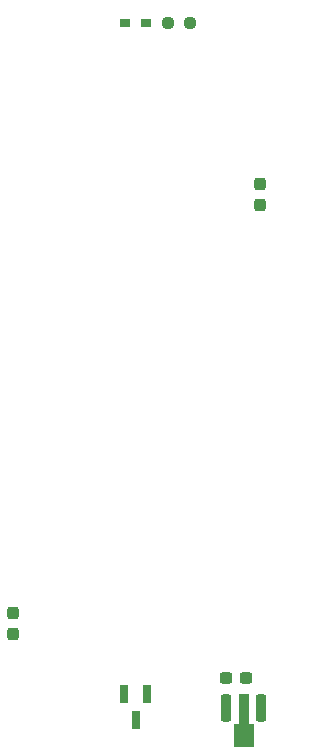
<source format=gbr>
G04 #@! TF.GenerationSoftware,KiCad,Pcbnew,8.0.4+dfsg-1*
G04 #@! TF.CreationDate,2025-02-22T20:19:49+09:00*
G04 #@! TF.ProjectId,bionic-tms9981-ldo,62696f6e-6963-42d7-946d-73393938312d,2*
G04 #@! TF.SameCoordinates,Original*
G04 #@! TF.FileFunction,Paste,Top*
G04 #@! TF.FilePolarity,Positive*
%FSLAX46Y46*%
G04 Gerber Fmt 4.6, Leading zero omitted, Abs format (unit mm)*
G04 Created by KiCad (PCBNEW 8.0.4+dfsg-1) date 2025-02-22 20:19:49*
%MOMM*%
%LPD*%
G01*
G04 APERTURE LIST*
G04 Aperture macros list*
%AMRoundRect*
0 Rectangle with rounded corners*
0 $1 Rounding radius*
0 $2 $3 $4 $5 $6 $7 $8 $9 X,Y pos of 4 corners*
0 Add a 4 corners polygon primitive as box body*
4,1,4,$2,$3,$4,$5,$6,$7,$8,$9,$2,$3,0*
0 Add four circle primitives for the rounded corners*
1,1,$1+$1,$2,$3*
1,1,$1+$1,$4,$5*
1,1,$1+$1,$6,$7*
1,1,$1+$1,$8,$9*
0 Add four rect primitives between the rounded corners*
20,1,$1+$1,$2,$3,$4,$5,0*
20,1,$1+$1,$4,$5,$6,$7,0*
20,1,$1+$1,$6,$7,$8,$9,0*
20,1,$1+$1,$8,$9,$2,$3,0*%
%AMFreePoly0*
4,1,9,5.362500,-0.866500,1.237500,-0.866500,1.237500,-0.450000,-1.237500,-0.450000,-1.237500,0.450000,1.237500,0.450000,1.237500,0.866500,5.362500,0.866500,5.362500,-0.866500,5.362500,-0.866500,$1*%
G04 Aperture macros list end*
%ADD10RoundRect,0.225000X-0.225000X0.925000X-0.225000X-0.925000X0.225000X-0.925000X0.225000X0.925000X0*%
%ADD11FreePoly0,270.000000*%
%ADD12R,0.660400X1.625600*%
%ADD13R,0.965200X0.762000*%
%ADD14RoundRect,0.237500X-0.250000X-0.237500X0.250000X-0.237500X0.250000X0.237500X-0.250000X0.237500X0*%
%ADD15RoundRect,0.237500X-0.300000X-0.237500X0.300000X-0.237500X0.300000X0.237500X-0.300000X0.237500X0*%
%ADD16RoundRect,0.237500X0.237500X-0.300000X0.237500X0.300000X-0.237500X0.300000X-0.237500X-0.300000X0*%
%ADD17RoundRect,0.237500X-0.237500X0.300000X-0.237500X-0.300000X0.237500X-0.300000X0.237500X0.300000X0*%
G04 APERTURE END LIST*
D10*
X124344000Y-129602500D03*
D11*
X122844000Y-129690000D03*
D10*
X121344000Y-129602500D03*
D12*
X114665200Y-128470800D03*
X112765198Y-128470800D03*
X113715199Y-130602800D03*
D13*
X114576300Y-71651000D03*
X112823700Y-71651000D03*
D14*
X116470500Y-71651000D03*
X118295500Y-71651000D03*
D15*
X121322500Y-127062500D03*
X123047500Y-127062500D03*
D16*
X103336800Y-123338900D03*
X103336800Y-121613900D03*
D17*
X124215600Y-85266500D03*
X124215600Y-86991500D03*
M02*

</source>
